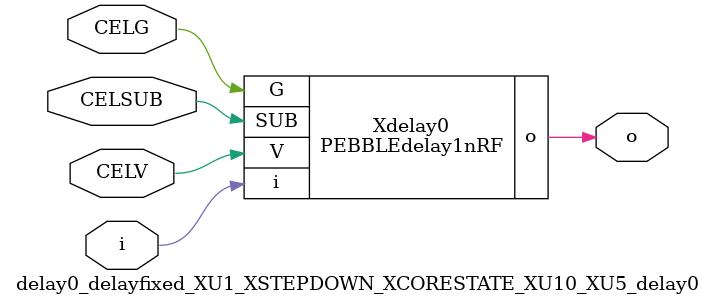
<source format=v>



module PEBBLEdelay1nRF ( o, V, G, i, SUB );

  input V;
  input i;
  input G;
  output o;
  input SUB;
endmodule

//Celera Confidential Do Not Copy delay0_delayfixed_XU1_XSTEPDOWN_XCORESTATE_XU10_XU5_delay0
//TYPE: fixed 1ns
module delay0_delayfixed_XU1_XSTEPDOWN_XCORESTATE_XU10_XU5_delay0 (i, CELV, o,
CELG,CELSUB);
input CELV;
input i;
output o;
input CELSUB;
input CELG;

//Celera Confidential Do Not Copy delayfast0
PEBBLEdelay1nRF Xdelay0(
.V (CELV),
.i (i),
.o (o),
.G (CELG),
.SUB (CELSUB)
);
//,diesize,PEBBLEdelay1nRF

//Celera Confidential Do Not Copy Module End
//Celera Schematic Generator
endmodule

</source>
